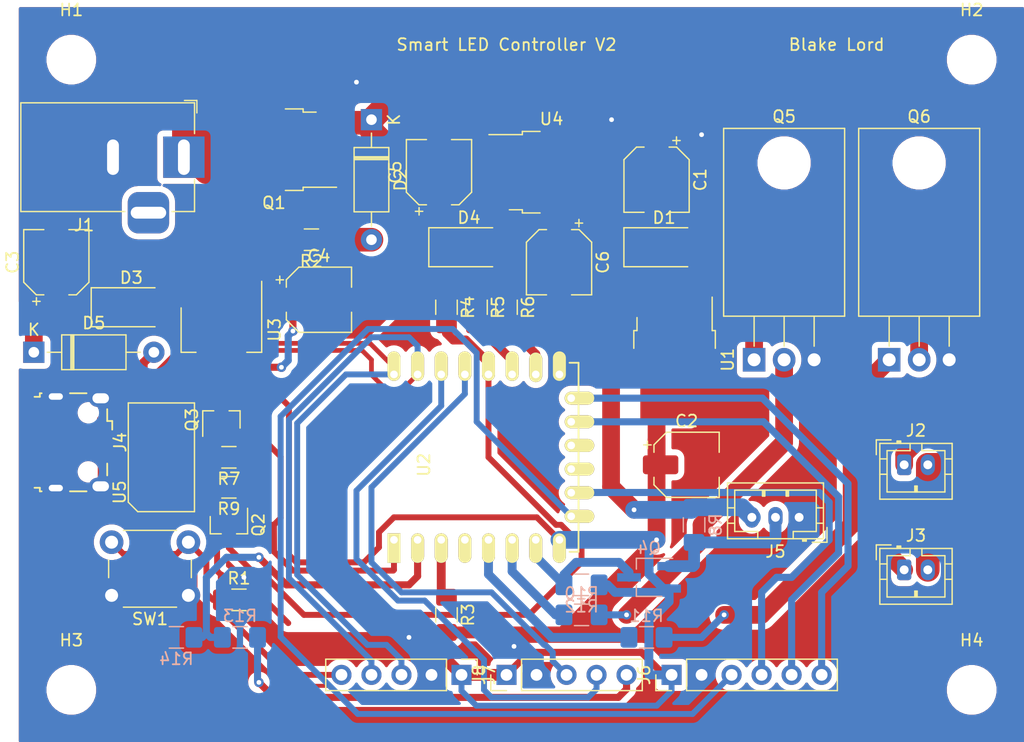
<source format=kicad_pcb>
(kicad_pcb (version 20171130) (host pcbnew "(5.1.5)-3")
  (layers (0 F.Cu signal) (31 B.Cu signal) (34 B.Paste user) (35 F.Paste user) (36 B.SilkS user) (37 F.SilkS user) (38 B.Mask user) (39 F.Mask user) (44 Edge.Cuts user))
  (net 0 "")
  (net 1 GND)
  (net 2 +3V3)
  (net 3 +24V)
  (net 4 +5V)
  (net 5 "Net-(J1-Pad1)")
  (net 6 "Net-(J3-Pad1)")
  (net 7 "Net-(J5-Pad2)")
  (net 8 /RGB)
  (net 9 "Net-(R3-Pad1)")
  (net 10 "Net-(R5-Pad2)")
  (net 11 "Net-(R6-Pad2)")
  (net 12 /Fan)
  (net 13 /White)
  (net 14 /TX)
  (net 15 /RX)
  (net 16 +5VD)
  (net 17 "Net-(D2-Pad2)")
  (net 18 "Net-(D5-Pad2)")
  (net 19 "Net-(J2-Pad1)")
  (net 20 "Net-(J4-Pad2)")
  (net 21 "Net-(J4-Pad3)")
  (net 22 /CS)
  (net 23 /MISO)
  (net 24 /MOSI)
  (net 25 /SCLK)
  (net 26 /RST)
  (net 27 "Net-(J8-Pad5)")
  (net 28 /IO5)
  (net 29 /IO4)
  (net 30 /IO0)
  (net 31 /DTR)
  (net 32 "Net-(Q2-Pad1)")
  (net 33 "Net-(Q3-Pad1)")
  (net 34 /RTS)
  (net 35 "Net-(Q5-Pad2)")
  (net 36 "Net-(Q6-Pad2)")
  (net 37 /ADC)
  (module Connector_USB:USB_Micro-B_Wuerth_629105150521 (layer F.Cu) (at 116.205 114.3 270)
    (fp_text reference J4 (at 0 -3.5 90) (layer F.SilkS))
    (fp_text value USB_B_Micro)
    (pad 1 smd rect (at -1.3 -1.9 270) (size 0.45 1.3) (layers F.Cu F.Paste F.Mask) (net 18 "Net-(D5-Pad2)"))
    (pad 2 smd rect (at -0.65 -1.9 270) (size 0.45 1.3) (layers F.Cu F.Paste F.Mask) (net 20 "Net-(J4-Pad2)"))
    (pad 3 smd rect (at 0 -1.9 270) (size 0.45 1.3) (layers F.Cu F.Paste F.Mask) (net 21 "Net-(J4-Pad3)"))
    (pad 4 smd rect (at 0.65 -1.9 270) (size 0.45 1.3) (layers F.Cu F.Paste F.Mask))
    (pad 5 smd rect (at 1.3 -1.9 270) (size 0.45 1.3) (layers F.Cu F.Paste F.Mask) (net 1 GND))
    (pad 6 thru_hole oval (at -3.725 -1.85 270) (size 1.45 2) (drill oval 0.85 1.4) (layers *.Cu *.Mask) (net 1 GND))
    (pad 6 thru_hole oval (at 3.725 -1.85 270) (size 1.45 2) (drill oval 0.85 1.4) (layers *.Cu *.Mask) (net 1 GND))
    (pad 6 thru_hole oval (at -3.875 1.95 270) (size 1.15 1.8) (drill oval 0.55 1.2) (layers *.Cu *.Mask) (net 1 GND))
    (pad 6 thru_hole oval (at 3.875 1.95 270) (size 1.15 1.8) (drill oval 0.55 1.2) (layers *.Cu *.Mask) (net 1 GND))
    (pad "" np_thru_hole oval (at -2.5 -0.8 270) (size 0.8 0.8) (drill 0.8) (layers *.Cu *.Mask))
    (pad "" np_thru_hole oval (at 2.5 -0.8 270) (size 0.8 0.8) (drill 0.8) (layers *.Cu *.Mask))
  )
  (module My:ESSOP-10 (layer F.Cu) (at 123.19 115.57)
    (fp_text reference U5 (at -3.5306 2.9591 270) (layer F.SilkS))
    (fp_text value ch340k)
    (pad 0 smd rect (at 0 0) (size 3 2) (layers F.Cu F.Paste F.Mask) (net 1 GND))
    (pad 5 smd rect (at 2 3) (size 0.6 2.2) (layers F.Cu F.Paste F.Mask))
    (pad 6 smd rect (at 2 -3) (size 0.6 2.2) (layers F.Cu F.Paste F.Mask) (net 34 /RTS))
    (pad 4 smd rect (at 1 3) (size 0.6 2.2) (layers F.Cu F.Paste F.Mask) (net 31 /DTR))
    (pad 7 smd rect (at 1 -3) (size 0.6 2.2) (layers F.Cu F.Paste F.Mask) (net 2 +3V3))
    (pad 3 smd rect (at 0 3) (size 0.6 2.2) (layers F.Cu F.Paste F.Mask) (net 1 GND))
    (pad 8 smd rect (at 0 -3) (size 0.6 2.2) (layers F.Cu F.Paste F.Mask) (net 14 /TX))
    (pad 2 smd rect (at -1 3) (size 0.6 2.2) (layers F.Cu F.Paste F.Mask) (net 20 "Net-(J4-Pad2)"))
    (pad 9 smd rect (at -1 -3) (size 0.6 2.2) (layers F.Cu F.Paste F.Mask) (net 15 /RX))
    (pad 1 smd rect (at -2 3) (size 0.6 2.2) (layers F.Cu F.Paste F.Mask) (net 21 "Net-(J4-Pad3)"))
    (pad 10 smd rect (at -2 -3) (size 0.6 2.2) (layers F.Cu F.Paste F.Mask) (net 2 +3V3))
  )
  (module Capacitor_SMD:CP_Elec_5x5.4 (layer F.Cu) (at 165.1 92.075 270)
    (fp_text reference C1 (at 0 -3.7 90) (layer F.SilkS))
    (fp_text value "C 10uF")
    (pad 2 smd roundrect (at 2.2 0 270) (size 3 1.6) (layers F.Cu F.Paste F.Mask) (roundrect_rratio 0.15625) (net 1 GND))
    (pad 1 smd roundrect (at -2.2 0 270) (size 3 1.6) (layers F.Cu F.Paste F.Mask) (roundrect_rratio 0.15625) (net 3 +24V))
  )
  (module Capacitor_SMD:CP_Elec_5x5.4 (layer F.Cu) (at 167.64 116.205)
    (fp_text reference C2 (at 0 -3.7) (layer F.SilkS))
    (fp_text value "C 10uF")
    (pad 2 smd roundrect (at 2.2 0) (size 3 1.6) (layers F.Cu F.Paste F.Mask) (roundrect_rratio 0.15625) (net 1 GND))
    (pad 1 smd roundrect (at -2.2 0) (size 3 1.6) (layers F.Cu F.Paste F.Mask) (roundrect_rratio 0.15625) (net 2 +3V3))
  )
  (module Capacitor_SMD:CP_Elec_5x5.4 (layer F.Cu) (at 114.3 99.06 90)
    (fp_text reference C3 (at 0 -3.7 90) (layer F.SilkS))
    (fp_text value "C 10uF")
    (pad 1 smd roundrect (at -2.2 0 90) (size 3 1.6) (layers F.Cu F.Paste F.Mask) (roundrect_rratio 0.15625) (net 16 +5VD))
    (pad 2 smd roundrect (at 2.2 0 90) (size 3 1.6) (layers F.Cu F.Paste F.Mask) (roundrect_rratio 0.15625) (net 1 GND))
  )
  (module Capacitor_SMD:CP_Elec_5x5.4 (layer F.Cu) (at 136.525 102.235)
    (fp_text reference C4 (at 0 -3.7) (layer F.SilkS))
    (fp_text value "C 10uF")
    (pad 2 smd roundrect (at 2.2 0) (size 3 1.6) (layers F.Cu F.Paste F.Mask) (roundrect_rratio 0.15625) (net 1 GND))
    (pad 1 smd roundrect (at -2.2 0) (size 3 1.6) (layers F.Cu F.Paste F.Mask) (roundrect_rratio 0.15625) (net 2 +3V3))
  )
  (module Capacitor_SMD:CP_Elec_5x5.4 (layer F.Cu) (at 146.685 91.44 90)
    (fp_text reference C5 (at 0 -3.7 90) (layer F.SilkS))
    (fp_text value "C 10uF")
    (pad 2 smd roundrect (at 2.2 0 90) (size 3 1.6) (layers F.Cu F.Paste F.Mask) (roundrect_rratio 0.15625) (net 1 GND))
    (pad 1 smd roundrect (at -2.2 0 90) (size 3 1.6) (layers F.Cu F.Paste F.Mask) (roundrect_rratio 0.15625) (net 3 +24V))
  )
  (module Capacitor_SMD:CP_Elec_5x5.4 (layer F.Cu) (at 156.845 99.06 270)
    (fp_text reference C6 (at 0 -3.7 90) (layer F.SilkS))
    (fp_text value "C 10uF")
    (pad 1 smd roundrect (at -2.2 0 270) (size 3 1.6) (layers F.Cu F.Paste F.Mask) (roundrect_rratio 0.15625) (net 4 +5V))
    (pad 2 smd roundrect (at 2.2 0 270) (size 3 1.6) (layers F.Cu F.Paste F.Mask) (roundrect_rratio 0.15625) (net 1 GND))
  )
  (module Diode_SMD:D_SMA (layer F.Cu) (at 165.735 97.79)
    (fp_text reference D1 (at 0 -2.5) (layer F.SilkS))
    (fp_text value 1N4002)
    (pad 1 smd rect (at -2 0) (size 2.5 1.8) (layers F.Cu F.Paste F.Mask) (net 3 +24V))
    (pad 2 smd rect (at 2 0) (size 2.5 1.8) (layers F.Cu F.Paste F.Mask) (net 2 +3V3))
  )
  (module Diode_SMD:D_SMA (layer F.Cu) (at 120.65 102.87)
    (fp_text reference D3 (at 0 -2.5) (layer F.SilkS))
    (fp_text value 1N4002)
    (pad 1 smd rect (at -2 0) (size 2.5 1.8) (layers F.Cu F.Paste F.Mask) (net 16 +5VD))
    (pad 2 smd rect (at 2 0) (size 2.5 1.8) (layers F.Cu F.Paste F.Mask) (net 2 +3V3))
  )
  (module Diode_SMD:D_SMA (layer F.Cu) (at 149.225 97.79)
    (fp_text reference D4 (at 0 -2.5) (layer F.SilkS))
    (fp_text value 1N4002)
    (pad 2 smd rect (at 2 0) (size 2.5 1.8) (layers F.Cu F.Paste F.Mask) (net 4 +5V))
    (pad 1 smd rect (at -2 0) (size 2.5 1.8) (layers F.Cu F.Paste F.Mask) (net 3 +24V))
  )
  (module MountingHole:MountingHole_3.2mm_M3 (layer F.Cu) (at 115.57 81.915)
    (fp_text reference H1 (at 0 -4.2) (layer F.SilkS))
    (fp_text value MountingHole)
    (pad 1 np_thru_hole circle (at 0 0) (size 3.2 3.2) (drill 3.2) (layers *.Cu *.Mask))
  )
  (module MountingHole:MountingHole_3.2mm_M3 (layer F.Cu) (at 191.77 81.915)
    (fp_text reference H2 (at 0 -4.2) (layer F.SilkS))
    (fp_text value MountingHole)
    (pad 1 np_thru_hole circle (at 0 0) (size 3.2 3.2) (drill 3.2) (layers *.Cu *.Mask))
  )
  (module MountingHole:MountingHole_3.2mm_M3 (layer F.Cu) (at 115.57 135.255)
    (fp_text reference H3 (at 0 -4.2) (layer F.SilkS))
    (fp_text value MountingHole)
    (pad 1 np_thru_hole circle (at 0 0) (size 3.2 3.2) (drill 3.2) (layers *.Cu *.Mask))
  )
  (module MountingHole:MountingHole_3.2mm_M3 (layer F.Cu) (at 191.77 135.255)
    (fp_text reference H4 (at 0 -4.2) (layer F.SilkS))
    (fp_text value MountingHole)
    (pad 1 np_thru_hole circle (at 0 0) (size 3.2 3.2) (drill 3.2) (layers *.Cu *.Mask))
  )
  (module Connector_BarrelJack:BarrelJack_Horizontal (layer F.Cu) (at 125.095 90.17)
    (fp_text reference J1 (at -8.45 5.75) (layer F.SilkS))
    (fp_text value Barrel_Jack_MountingPin)
    (pad 3 thru_hole roundrect (at -3 4.7) (size 3.5 3.5) (drill oval 3 1) (layers *.Cu *.Mask))
    (pad 2 thru_hole roundrect (at -6 0) (size 3 3.5) (drill oval 1 3) (layers *.Cu *.Mask) (net 1 GND))
    (pad 1 thru_hole rect (at 0 0) (size 3.5 3.5) (drill oval 1 3) (layers *.Cu *.Mask) (net 5 "Net-(J1-Pad1)"))
  )
  (module Connector_JST:JST_PH_B2B-PH-K_1x02_P2.00mm_Vertical (layer F.Cu) (at 186.055 116.205)
    (fp_text reference J2 (at 1 -2.9) (layer F.SilkS))
    (fp_text value "24V LED Out")
    (pad 2 thru_hole oval (at 2 0) (size 1.2 1.75) (drill 0.75) (layers *.Cu *.Mask) (net 3 +24V))
    (pad 1 thru_hole roundrect (at 0 0) (size 1.2 1.75) (drill 0.75) (layers *.Cu *.Mask) (roundrect_rratio 0.208333) (net 19 "Net-(J2-Pad1)"))
  )
  (module Connector_JST:JST_PH_B2B-PH-K_1x02_P2.00mm_Vertical (layer F.Cu) (at 186.055 125.095)
    (fp_text reference J3 (at 1 -2.9) (layer F.SilkS))
    (fp_text value "24V Fan Out")
    (pad 2 thru_hole oval (at 2 0) (size 1.2 1.75) (drill 0.75) (layers *.Cu *.Mask) (net 3 +24V))
    (pad 1 thru_hole roundrect (at 0 0) (size 1.2 1.75) (drill 0.75) (layers *.Cu *.Mask) (roundrect_rratio 0.208333) (net 6 "Net-(J3-Pad1)"))
  )
  (module Connector_JST:JST_PH_B3B-PH-K_1x03_P2.00mm_Vertical (layer F.Cu) (at 177.165 120.65 180)
    (fp_text reference J5 (at 2 -2.9) (layer F.SilkS))
    (fp_text value "5V RGB Out")
    (pad 1 thru_hole roundrect (at 0 0 180) (size 1.2 1.75) (drill 0.75) (layers *.Cu *.Mask) (roundrect_rratio 0.208333) (net 1 GND))
    (pad 2 thru_hole oval (at 2 0 180) (size 1.2 1.75) (drill 0.75) (layers *.Cu *.Mask) (net 7 "Net-(J5-Pad2)"))
    (pad 3 thru_hole oval (at 4 0 180) (size 1.2 1.75) (drill 0.75) (layers *.Cu *.Mask) (net 4 +5V))
  )
  (module Connector_PinHeader_2.54mm:PinHeader_1x06_P2.54mm_Vertical (layer F.Cu) (at 166.37 133.985 90)
    (fp_text reference J6 (at 0 -2.33 90) (layer F.SilkS))
    (fp_text value SPI)
    (pad 1 thru_hole rect (at 0 0 90) (size 1.7 1.7) (drill 1) (layers *.Cu *.Mask) (net 2 +3V3))
    (pad 2 thru_hole oval (at 0 2.54 90) (size 1.7 1.7) (drill 1) (layers *.Cu *.Mask) (net 1 GND))
    (pad 3 thru_hole oval (at 0 5.08 90) (size 1.7 1.7) (drill 1) (layers *.Cu *.Mask) (net 22 /CS))
    (pad 4 thru_hole oval (at 0 7.62 90) (size 1.7 1.7) (drill 1) (layers *.Cu *.Mask) (net 23 /MISO))
    (pad 5 thru_hole oval (at 0 10.16 90) (size 1.7 1.7) (drill 1) (layers *.Cu *.Mask) (net 24 /MOSI))
    (pad 6 thru_hole oval (at 0 12.7 90) (size 1.7 1.7) (drill 1) (layers *.Cu *.Mask) (net 25 /SCLK))
  )
  (module Connector_PinHeader_2.54mm:PinHeader_1x05_P2.54mm_Vertical (layer F.Cu) (at 148.59 133.985 270)
    (fp_text reference J7 (at 0 -2.33 90) (layer F.SilkS))
    (fp_text value "Alt Program")
    (pad 1 thru_hole rect (at 0 0 270) (size 1.7 1.7) (drill 1) (layers *.Cu *.Mask) (net 2 +3V3))
    (pad 2 thru_hole oval (at 0 2.54 270) (size 1.7 1.7) (drill 1) (layers *.Cu *.Mask) (net 1 GND))
    (pad 3 thru_hole oval (at 0 5.08 270) (size 1.7 1.7) (drill 1) (layers *.Cu *.Mask) (net 15 /RX))
    (pad 4 thru_hole oval (at 0 7.62 270) (size 1.7 1.7) (drill 1) (layers *.Cu *.Mask) (net 14 /TX))
    (pad 5 thru_hole oval (at 0 10.16 270) (size 1.7 1.7) (drill 1) (layers *.Cu *.Mask) (net 26 /RST))
  )
  (module Connector_PinHeader_2.54mm:PinHeader_1x05_P2.54mm_Vertical (layer F.Cu) (at 152.4 133.985 90)
    (fp_text reference J8 (at 0 -2.33 90) (layer F.SilkS))
    (fp_text value "Out IO")
    (pad 5 thru_hole oval (at 0 10.16 90) (size 1.7 1.7) (drill 1) (layers *.Cu *.Mask) (net 27 "Net-(J8-Pad5)"))
    (pad 4 thru_hole oval (at 0 7.62 90) (size 1.7 1.7) (drill 1) (layers *.Cu *.Mask) (net 28 /IO5))
    (pad 3 thru_hole oval (at 0 5.08 90) (size 1.7 1.7) (drill 1) (layers *.Cu *.Mask) (net 29 /IO4))
    (pad 2 thru_hole oval (at 0 2.54 90) (size 1.7 1.7) (drill 1) (layers *.Cu *.Mask) (net 1 GND))
    (pad 1 thru_hole rect (at 0 0 90) (size 1.7 1.7) (drill 1) (layers *.Cu *.Mask) (net 2 +3V3))
  )
  (module Package_TO_SOT_SMD:TO-252-2 (layer F.Cu) (at 132.715 89.535 180)
    (fp_text reference Q1 (at 0 -4.5) (layer F.SilkS))
    (fp_text value FQP47P06)
    (pad 2 smd rect (at 2.1 0 180) (size 6.4 5.8) (layers F.Cu F.Mask) (net 5 "Net-(J1-Pad1)"))
    (pad 3 smd rect (at -4.2 2.28 180) (size 2.2 1.2) (layers F.Cu F.Paste F.Mask) (net 3 +24V))
    (pad 1 smd rect (at -4.2 -2.28 180) (size 2.2 1.2) (layers F.Cu F.Paste F.Mask) (net 17 "Net-(D2-Pad2)"))
  )
  (module Package_TO_SOT_SMD:SOT-23 (layer F.Cu) (at 128.905 121.285 270)
    (fp_text reference Q2 (at 0 -2.5 90) (layer F.SilkS))
    (fp_text value S8050)
    (pad 3 smd rect (at 1 0 270) (size 0.9 0.8) (layers F.Cu F.Paste F.Mask) (net 30 /IO0))
    (pad 2 smd rect (at -1 0.95 270) (size 0.9 0.8) (layers F.Cu F.Paste F.Mask) (net 31 /DTR))
    (pad 1 smd rect (at -1 -0.95 270) (size 0.9 0.8) (layers F.Cu F.Paste F.Mask) (net 32 "Net-(Q2-Pad1)"))
  )
  (module Package_TO_SOT_SMD:SOT-23 (layer F.Cu) (at 128.27 112.395 90)
    (fp_text reference Q3 (at 0 -2.5 90) (layer F.SilkS))
    (fp_text value S8050)
    (pad 1 smd rect (at -1 -0.95 90) (size 0.9 0.8) (layers F.Cu F.Paste F.Mask) (net 33 "Net-(Q3-Pad1)"))
    (pad 2 smd rect (at -1 0.95 90) (size 0.9 0.8) (layers F.Cu F.Paste F.Mask) (net 34 /RTS))
    (pad 3 smd rect (at 1 0 90) (size 0.9 0.8) (layers F.Cu F.Paste F.Mask) (net 26 /RST))
  )
  (module Package_TO_SOT_SMD:SOT-23W_Handsoldering (layer B.Cu) (at 164.465 125.73 180)
    (fp_text reference Q4 (at 0 2.5) (layer B.SilkS) (effects (justify mirror)))
    (fp_text value BS170)
    (pad 1 smd rect (at -1.7 0.95 180) (size 2 0.7) (layers B.Cu B.Paste B.Mask) (net 7 "Net-(J5-Pad2)"))
    (pad 2 smd rect (at -1.7 -0.95 180) (size 2 0.7) (layers B.Cu B.Paste B.Mask) (net 2 +3V3))
    (pad 3 smd rect (at 1.7 0 180) (size 2 0.7) (layers B.Cu B.Paste B.Mask) (net 8 /RGB))
  )
  (module Package_TO_SOT_THT:TO-220-3_Horizontal_TabDown (layer F.Cu) (at 173.355 107.315)
    (fp_text reference Q5 (at 2.54 -20.58) (layer F.SilkS))
    (fp_text value FQP30N06L)
    (pad 3 thru_hole oval (at 5.08 0) (size 1.905 2) (drill 1.1) (layers *.Cu *.Mask) (net 1 GND))
    (pad 2 thru_hole oval (at 2.54 0) (size 1.905 2) (drill 1.1) (layers *.Cu *.Mask) (net 35 "Net-(Q5-Pad2)"))
    (pad 1 thru_hole rect (at 0 0) (size 1.905 2) (drill 1.1) (layers *.Cu *.Mask) (net 19 "Net-(J2-Pad1)"))
    (pad "" np_thru_hole oval (at 2.54 -16.66) (size 3.5 3.5) (drill 3.5) (layers *.Cu *.Mask))
  )
  (module Package_TO_SOT_THT:TO-220-3_Horizontal_TabDown (layer F.Cu) (at 184.785 107.315)
    (fp_text reference Q6 (at 2.54 -20.58) (layer F.SilkS))
    (fp_text value FQP30N06L)
    (pad "" np_thru_hole oval (at 2.54 -16.66) (size 3.5 3.5) (drill 3.5) (layers *.Cu *.Mask))
    (pad 1 thru_hole rect (at 0 0) (size 1.905 2) (drill 1.1) (layers *.Cu *.Mask) (net 6 "Net-(J3-Pad1)"))
    (pad 2 thru_hole oval (at 2.54 0) (size 1.905 2) (drill 1.1) (layers *.Cu *.Mask) (net 36 "Net-(Q6-Pad2)"))
    (pad 3 thru_hole oval (at 5.08 0) (size 1.905 2) (drill 1.1) (layers *.Cu *.Mask) (net 1 GND))
  )
  (module Resistor_SMD:R_1206_3216Metric_Pad1.42x1.75mm_HandSolder (layer F.Cu) (at 129.7575 127.635)
    (fp_text reference R1 (at 0 -1.82) (layer F.SilkS))
    (fp_text value "R 10K")
    (pad 1 smd roundrect (at -1.4875 0) (size 1.425 1.75) (layers F.Cu F.Paste F.Mask) (roundrect_rratio 0.175439) (net 26 /RST))
    (pad 2 smd roundrect (at 1.4875 0) (size 1.425 1.75) (layers F.Cu F.Paste F.Mask) (roundrect_rratio 0.175439) (net 2 +3V3))
  )
  (module Resistor_SMD:R_1206_3216Metric_Pad1.42x1.75mm_HandSolder (layer F.Cu) (at 135.89 97.155 180)
    (fp_text reference R2 (at 0 -1.82) (layer F.SilkS))
    (fp_text value R)
    (pad 1 smd roundrect (at -1.4875 0 180) (size 1.425 1.75) (layers F.Cu F.Paste F.Mask) (roundrect_rratio 0.175439) (net 17 "Net-(D2-Pad2)"))
    (pad 2 smd roundrect (at 1.4875 0 180) (size 1.425 1.75) (layers F.Cu F.Paste F.Mask) (roundrect_rratio 0.175439) (net 1 GND))
  )
  (module Resistor_SMD:R_1206_3216Metric_Pad1.42x1.75mm_HandSolder (layer F.Cu) (at 147.32 128.905 270)
    (fp_text reference R3 (at 0 -1.82 90) (layer F.SilkS))
    (fp_text value "R 10K")
    (pad 2 smd roundrect (at 1.4875 0 270) (size 1.425 1.75) (layers F.Cu F.Paste F.Mask) (roundrect_rratio 0.175439) (net 2 +3V3))
    (pad 1 smd roundrect (at -1.4875 0 270) (size 1.425 1.75) (layers F.Cu F.Paste F.Mask) (roundrect_rratio 0.175439) (net 9 "Net-(R3-Pad1)"))
  )
  (module Resistor_SMD:R_1206_3216Metric_Pad1.42x1.75mm_HandSolder (layer F.Cu) (at 147.32 102.87 270)
    (fp_text reference R4 (at 0 -1.82 90) (layer F.SilkS))
    (fp_text value "R 10K")
    (pad 1 smd roundrect (at -1.4875 0 270) (size 1.425 1.75) (layers F.Cu F.Paste F.Mask) (roundrect_rratio 0.175439) (net 2 +3V3))
    (pad 2 smd roundrect (at 1.4875 0 270) (size 1.425 1.75) (layers F.Cu F.Paste F.Mask) (roundrect_rratio 0.175439) (net 30 /IO0))
  )
  (module Resistor_SMD:R_1206_3216Metric_Pad1.42x1.75mm_HandSolder (layer F.Cu) (at 149.86 102.87 270)
    (fp_text reference R5 (at 0 -1.82 90) (layer F.SilkS))
    (fp_text value "R 10K")
    (pad 2 smd roundrect (at 1.4875 0 270) (size 1.425 1.75) (layers F.Cu F.Paste F.Mask) (roundrect_rratio 0.175439) (net 10 "Net-(R5-Pad2)"))
    (pad 1 smd roundrect (at -1.4875 0 270) (size 1.425 1.75) (layers F.Cu F.Paste F.Mask) (roundrect_rratio 0.175439) (net 2 +3V3))
  )
  (module Resistor_SMD:R_1206_3216Metric_Pad1.42x1.75mm_HandSolder (layer F.Cu) (at 152.4 102.87 270)
    (fp_text reference R6 (at 0 -1.82 90) (layer F.SilkS))
    (fp_text value "R 10K")
    (pad 2 smd roundrect (at 1.4875 0 270) (size 1.425 1.75) (layers F.Cu F.Paste F.Mask) (roundrect_rratio 0.175439) (net 11 "Net-(R6-Pad2)"))
    (pad 1 smd roundrect (at -1.4875 0 270) (size 1.425 1.75) (layers F.Cu F.Paste F.Mask) (roundrect_rratio 0.175439) (net 1 GND))
  )
  (module Resistor_SMD:R_1206_3216Metric_Pad1.42x1.75mm_HandSolder (layer F.Cu) (at 128.905 115.57 180)
    (fp_text reference R7 (at 0 -1.82) (layer F.SilkS))
    (fp_text value "R 10K")
    (pad 1 smd roundrect (at -1.4875 0 180) (size 1.425 1.75) (layers F.Cu F.Paste F.Mask) (roundrect_rratio 0.175439) (net 32 "Net-(Q2-Pad1)"))
    (pad 2 smd roundrect (at 1.4875 0 180) (size 1.425 1.75) (layers F.Cu F.Paste F.Mask) (roundrect_rratio 0.175439) (net 34 /RTS))
  )
  (module Resistor_SMD:R_1206_3216Metric_Pad1.42x1.75mm_HandSolder (layer B.Cu) (at 168.275 121.285 90)
    (fp_text reference R8 (at 0 1.82 270) (layer B.SilkS) (effects (justify mirror)))
    (fp_text value "R 4.7K")
    (pad 1 smd roundrect (at -1.4875 0 90) (size 1.425 1.75) (layers B.Cu B.Paste B.Mask) (roundrect_rratio 0.175439) (net 7 "Net-(J5-Pad2)"))
    (pad 2 smd roundrect (at 1.4875 0 90) (size 1.425 1.75) (layers B.Cu B.Paste B.Mask) (roundrect_rratio 0.175439) (net 4 +5V))
  )
  (module Resistor_SMD:R_1206_3216Metric_Pad1.42x1.75mm_HandSolder (layer F.Cu) (at 128.905 118.11 180)
    (fp_text reference R9 (at 0 -1.82) (layer F.SilkS))
    (fp_text value "R 10K")
    (pad 2 smd roundrect (at 1.4875 0 180) (size 1.425 1.75) (layers F.Cu F.Paste F.Mask) (roundrect_rratio 0.175439) (net 33 "Net-(Q3-Pad1)"))
    (pad 1 smd roundrect (at -1.4875 0 180) (size 1.425 1.75) (layers F.Cu F.Paste F.Mask) (roundrect_rratio 0.175439) (net 31 /DTR))
  )
  (module Resistor_SMD:R_1206_3216Metric_Pad1.42x1.75mm_HandSolder (layer B.Cu) (at 158.75 128.905 180)
    (fp_text reference R10 (at 0 1.82) (layer B.SilkS) (effects (justify mirror)))
    (fp_text value R)
    (pad 1 smd roundrect (at -1.4875 0 180) (size 1.425 1.75) (layers B.Cu B.Paste B.Mask) (roundrect_rratio 0.175439) (net 35 "Net-(Q5-Pad2)"))
    (pad 2 smd roundrect (at 1.4875 0 180) (size 1.425 1.75) (layers B.Cu B.Paste B.Mask) (roundrect_rratio 0.175439) (net 13 /White))
  )
  (module Resistor_SMD:R_1206_3216Metric_Pad1.42x1.75mm_HandSolder (layer B.Cu) (at 164.2475 130.81 180)
    (fp_text reference R11 (at 0 1.82) (layer B.SilkS) (effects (justify mirror)))
    (fp_text value R)
    (pad 1 smd roundrect (at -1.4875 0 180) (size 1.425 1.75) (layers B.Cu B.Paste B.Mask) (roundrect_rratio 0.175439) (net 36 "Net-(Q6-Pad2)"))
    (pad 2 smd roundrect (at 1.4875 0 180) (size 1.425 1.75) (layers B.Cu B.Paste B.Mask) (roundrect_rratio 0.175439) (net 12 /Fan))
  )
  (module Resistor_SMD:R_1206_3216Metric_Pad1.42x1.75mm_HandSolder (layer B.Cu) (at 158.75 126.365)
    (fp_text reference R12 (at 0 1.82) (layer B.SilkS) (effects (justify mirror)))
    (fp_text value "R 4.7K")
    (pad 2 smd roundrect (at 1.4875 0) (size 1.425 1.75) (layers B.Cu B.Paste B.Mask) (roundrect_rratio 0.175439) (net 2 +3V3))
    (pad 1 smd roundrect (at -1.4875 0) (size 1.425 1.75) (layers B.Cu B.Paste B.Mask) (roundrect_rratio 0.175439) (net 8 /RGB))
  )
  (module Resistor_SMD:R_1206_3216Metric_Pad1.42x1.75mm_HandSolder (layer B.Cu) (at 129.840001 130.81 180)
    (fp_text reference R13 (at 0 1.82) (layer B.SilkS) (effects (justify mirror)))
    (fp_text value "R 220K")
    (pad 2 smd roundrect (at 1.4875 0 180) (size 1.425 1.75) (layers B.Cu B.Paste B.Mask) (roundrect_rratio 0.175439) (net 37 /ADC))
    (pad 1 smd roundrect (at -1.4875 0 180) (size 1.425 1.75) (layers B.Cu B.Paste B.Mask) (roundrect_rratio 0.175439) (net 27 "Net-(J8-Pad5)"))
  )
  (module Resistor_SMD:R_1206_3216Metric_Pad1.42x1.75mm_HandSolder (layer B.Cu) (at 124.46 130.81)
    (fp_text reference R14 (at 0 1.82) (layer B.SilkS) (effects (justify mirror)))
    (fp_text value "R 100K")
    (pad 1 smd roundrect (at -1.4875 0) (size 1.425 1.75) (layers B.Cu B.Paste B.Mask) (roundrect_rratio 0.175439) (net 1 GND))
    (pad 2 smd roundrect (at 1.4875 0) (size 1.425 1.75) (layers B.Cu B.Paste B.Mask) (roundrect_rratio 0.175439) (net 37 /ADC))
  )
  (module Button_Switch_THT:SW_PUSH_6mm (layer F.Cu) (at 125.476 127.254 180)
    (fp_text reference SW1 (at 3.25 -2) (layer F.SilkS))
    (fp_text value SW_Push)
    (pad 2 thru_hole circle (at 0 4.5 270) (size 2 2) (drill 1.1) (layers *.Cu *.Mask) (net 26 /RST))
    (pad 1 thru_hole circle (at 0 0 270) (size 2 2) (drill 1.1) (layers *.Cu *.Mask) (net 1 GND))
    (pad 2 thru_hole circle (at 6.5 4.5 270) (size 2 2) (drill 1.1) (layers *.Cu *.Mask) (net 26 /RST))
    (pad 1 thru_hole circle (at 6.5 0 270) (size 2 2) (drill 1.1) (layers *.Cu *.Mask) (net 1 GND))
  )
  (module Package_TO_SOT_SMD:TO-252-3_TabPin2 (layer F.Cu) (at 166.624 107.315 270)
    (fp_text reference U1 (at 0 -4.5 90) (layer F.SilkS))
    (fp_text value IFX27001TFV33ATMA1)
    (pad 1 smd rect (at -4.2 -2.28 270) (size 2.2 1.2) (layers F.Cu F.Paste F.Mask) (net 1 GND))
    (pad 2 smd rect (at -4.2 0 270) (size 2.2 1.2) (layers F.Cu F.Paste F.Mask) (net 2 +3V3))
    (pad 3 smd rect (at -4.2 2.28 270) (size 2.2 1.2) (layers F.Cu F.Paste F.Mask) (net 3 +24V))
    (pad 2 smd rect (at 2.1 0 270) (size 6.4 5.8) (layers F.Cu F.Mask) (net 2 +3V3))
  )
  (module ESP:ESP-12E (layer F.Cu) (at 142.875 122.555 90)
    (fp_text reference U2 (at 6.35 2.54 90) (layer F.SilkS))
    (fp_text value ESP-12E hide)
    (pad 1 thru_hole rect (at 0 0 90) (size 2.5 1.1) (drill 0.65 (offset -0.7 0)) (layers *.Cu *.Mask F.SilkS) (net 26 /RST))
    (pad 2 thru_hole oval (at 0 2 90) (size 2.5 1.1) (drill 0.65 (offset -0.7 0)) (layers *.Cu *.Mask F.SilkS) (net 37 /ADC))
    (pad 3 thru_hole oval (at 0 4 90) (size 2.5 1.1) (drill 0.65 (offset -0.7 0)) (layers *.Cu *.Mask F.SilkS) (net 9 "Net-(R3-Pad1)"))
    (pad 4 thru_hole oval (at 0 6 90) (size 2.5 1.1) (drill 0.65 (offset -0.7 0)) (layers *.Cu *.Mask F.SilkS))
    (pad 5 thru_hole oval (at 0 8 90) (size 2.5 1.1) (drill 0.65 (offset -0.7 0)) (layers *.Cu *.Mask F.SilkS) (net 12 /Fan))
    (pad 6 thru_hole oval (at 0 10 90) (size 2.5 1.1) (drill 0.65 (offset -0.7 0)) (layers *.Cu *.Mask F.SilkS) (net 13 /White))
    (pad 7 thru_hole oval (at 0 12 90) (size 2.5 1.1) (drill 0.65 (offset -0.7 0)) (layers *.Cu *.Mask F.SilkS) (net 8 /RGB))
    (pad 8 thru_hole oval (at 0 14 90) (size 2.5 1.1) (drill 0.65 (offset -0.7 0)) (layers *.Cu *.Mask F.SilkS) (net 2 +3V3))
    (pad 9 thru_hole oval (at 14 14 90) (size 2.5 1.1) (drill 0.65 (offset 0.7 0)) (layers *.Cu *.Mask F.SilkS) (net 1 GND))
    (pad 10 thru_hole oval (at 14 12 90) (size 2.5 1.1) (drill 0.65 (offset 0.6 0)) (layers *.Cu *.Mask F.SilkS) (net 11 "Net-(R6-Pad2)"))
    (pad 11 thru_hole oval (at 14 10 90) (size 2.5 1.1) (drill 0.65 (offset 0.7 0)) (layers *.Cu *.Mask F.SilkS) (net 10 "Net-(R5-Pad2)"))
    (pad 12 thru_hole oval (at 14 8 90) (size 2.5 1.1) (drill 0.65 (offset 0.7 0)) (layers *.Cu *.Mask F.SilkS) (net 30 /IO0))
    (pad 13 thru_hole oval (at 14 6 90) (size 2.5 1.1) (drill 0.65 (offset 0.7 0)) (layers *.Cu *.Mask F.SilkS) (net 29 /IO4))
    (pad 14 thru_hole oval (at 14 4 90) (size 2.5 1.1) (drill 0.65 (offset 0.7 0)) (layers *.Cu *.Mask F.SilkS) (net 28 /IO5))
    (pad 15 thru_hole oval (at 14 2 90) (size 2.5 1.1) (drill 0.65 (offset 0.7 0)) (layers *.Cu *.Mask F.SilkS) (net 14 /TX))
    (pad 16 thru_hole oval (at 14 0 90) (size 2.5 1.1) (drill 0.65 (offset 0.7 0)) (layers *.Cu *.Mask F.SilkS) (net 15 /RX))
    (pad 17 thru_hole oval (at 1.99 15 180) (size 2.5 1.1) (drill 0.65 (offset -0.7 0)) (layers *.Cu *.Mask F.SilkS) (net 22 /CS))
    (pad 18 thru_hole oval (at 3.99 15 180) (size 2.5 1.1) (drill 0.65 (offset -0.7 0)) (layers *.Cu *.Mask F.SilkS) (net 23 /MISO))
    (pad 19 thru_hole oval (at 5.99 15 180) (size 2.5 1.1) (drill 0.65 (offset -0.7 0)) (layers *.Cu *.Mask F.SilkS))
    (pad 20 thru_hole oval (at 7.99 15 180) (size 2.5 1.1) (drill 0.65 (offset -0.7 0)) (layers *.Cu *.Mask F.SilkS))
    (pad 21 thru_hole oval (at 9.99 15 180) (size 2.5 1.1) (drill 0.65 (offset -0.7 0)) (layers *.Cu *.Mask F.SilkS) (net 24 /MOSI))
    (pad 22 thru_hole oval (at 11.99 15 180) (size 2.5 1.1) (drill 0.65 (offset -0.7 0)) (layers *.Cu *.Mask F.SilkS) (net 25 /SCLK))
  )
  (module Package_TO_SOT_SMD:SOT-223-3_TabPin2 (layer F.Cu) (at 128.27 104.775 270)
    (fp_text reference U3 (at 0 -4.5 90) (layer F.SilkS))
    (fp_text value LM1117-3.3)
    (pad 2 smd rect (at 3.15 0 270) (size 2 3.8) (layers F.Cu F.Paste F.Mask) (net 2 +3V3))
    (pad 2 smd rect (at -3.15 0 270) (size 2 1.5) (layers F.Cu F.Paste F.Mask) (net 2 +3V3))
    (pad 3 smd rect (at -3.15 2.3 270) (size 2 1.5) (layers F.Cu F.Paste F.Mask) (net 16 +5VD))
    (pad 1 smd rect (at -3.15 -2.3 270) (size 2 1.5) (layers F.Cu F.Paste F.Mask) (net 1 GND))
  )
  (module Package_TO_SOT_SMD:TO-252-3_TabPin2 (layer F.Cu) (at 156.21 91.44)
    (fp_text reference U4 (at 0 -4.5) (layer F.SilkS))
    (fp_text value IFX27001TFV50ATMA1)
    (pad 1 smd rect (at -4.2 -2.28) (size 2.2 1.2) (layers F.Cu F.Paste F.Mask) (net 1 GND))
    (pad 2 smd rect (at -4.2 0) (size 2.2 1.2) (layers F.Cu F.Paste F.Mask) (net 4 +5V))
    (pad 3 smd rect (at -4.2 2.28) (size 2.2 1.2) (layers F.Cu F.Paste F.Mask) (net 3 +24V))
    (pad 2 smd rect (at 2.1 0) (size 6.4 5.8) (layers F.Cu F.Mask) (net 4 +5V))
  )
  (module Diode_THT:D_A-405_P10.16mm_Horizontal (layer F.Cu) (at 140.97 86.995 270)
    (fp_text reference D2 (at 5.08 -2.47 90) (layer F.SilkS))
    (fp_text value "Z 9.1V")
    (fp_text user K (at 0 -1.9 90) (layer F.SilkS))
    (pad 1 thru_hole rect (at 0 0 270) (size 1.8 1.8) (drill 0.9) (layers *.Cu *.Mask) (net 3 +24V))
    (pad 2 thru_hole oval (at 10.16 0 270) (size 1.8 1.8) (drill 0.9) (layers *.Cu *.Mask) (net 17 "Net-(D2-Pad2)"))
  )
  (module Diode_THT:D_A-405_P10.16mm_Horizontal (layer F.Cu) (at 112.395 106.68)
    (fp_text reference D5 (at 5.08 -2.47) (layer F.SilkS))
    (fp_text value "Z ?.?V")
    (fp_text user K (at 0 -1.9) (layer F.SilkS))
    (pad 1 thru_hole rect (at 0 0) (size 1.8 1.8) (drill 0.9) (layers *.Cu *.Mask) (net 16 +5VD))
    (pad 2 thru_hole oval (at 10.16 0) (size 1.8 1.8) (drill 0.9) (layers *.Cu *.Mask) (net 18 "Net-(D5-Pad2)"))
  )
  (gr_text "Smart LED Controller V2\n" (at 152.4 80.645) (layer F.SilkS) (effects (font (size 1 1))))
  (gr_text "Blake Lord\n" (at 180.34 80.645) (layer F.SilkS) (effects (font (size 1 1))))
  (via (at 161.29 86.995) (size 0.8) (drill 0.4) (layers F.Cu B.Cu) (net 1))
  (via (at 168.91 88.265) (size 0.8) (drill 0.4) (layers F.Cu B.Cu) (net 1))
  (via (at 144.145 130.81) (size 0.8) (drill 0.4) (layers F.Cu B.Cu) (net 1))
  (via (at 130.175 125.73) (size 0.8) (drill 0.4) (layers F.Cu B.Cu) (net 1))
  (segment (start 118.055 115.675001) (end 118.105 115.625001) (width 0.5) (layer F.Cu) (net 1))
  (segment (start 118.055 118.025) (end 118.055 115.675001) (width 0.5) (layer F.Cu) (net 1))
  (segment (start 118.055 119.25) (end 119.455 120.65) (width 0.5) (layer F.Cu) (net 1))
  (segment (start 118.055 118.025) (end 118.055 119.25) (width 0.5) (layer F.Cu) (net 1))
  (segment (start 123.19 120.17) (end 123.19 118.57) (width 0.5) (layer F.Cu) (net 1))
  (segment (start 122.71 120.65) (end 123.19 120.17) (width 0.5) (layer F.Cu) (net 1))
  (segment (start 119.455 120.65) (end 122.71 120.65) (width 0.5) (layer F.Cu) (net 1))
  (segment (start 123.19 115.57) (end 123.19 118.57) (width 0.5) (layer F.Cu) (net 1))
  (via (at 153.035 131.572) (size 0.8) (drill 0.4) (layers F.Cu B.Cu) (net 1))
  (via (at 139.7 83.82) (size 0.8) (drill 0.4) (layers F.Cu B.Cu) (net 1))
  (segment (start 125.77 107.925) (end 128.27 107.925) (width 0.6) (layer F.Cu) (net 2))
  (segment (start 124.19 109.505) (end 125.77 107.925) (width 0.6) (layer F.Cu) (net 2))
  (segment (start 124.19 111.49) (end 124.19 112.57) (width 0.5) (layer F.Cu) (net 2))
  (segment (start 124.19 109.505) (end 124.19 111.49) (width 0.5) (layer F.Cu) (net 2))
  (segment (start 124.19 114.07) (end 124.19 112.57) (width 0.4) (layer F.Cu) (net 2))
  (segment (start 121.190001 114.070001) (end 124.19 114.07) (width 0.4) (layer F.Cu) (net 2))
  (segment (start 121.19 112.57) (end 121.190001 114.070001) (width 0.4) (layer F.Cu) (net 2))
  (segment (start 130.67 107.925) (end 133.985 111.24) (width 0.5) (layer F.Cu) (net 2))
  (segment (start 128.27 107.925) (end 130.67 107.925) (width 0.5) (layer F.Cu) (net 2))
  (segment (start 133.985 111.24) (end 133.985 123.825) (width 0.5) (layer F.Cu) (net 2))
  (segment (start 133.985 123.825) (end 134.62 124.46) (width 0.5) (layer F.Cu) (net 2))
  (segment (start 134.62 124.46) (end 140.335 124.46) (width 0.5) (layer F.Cu) (net 2))
  (segment (start 140.335 124.46) (end 141.605 123.19) (width 0.5) (layer F.Cu) (net 2))
  (segment (start 141.605 121.914998) (end 142.869998 120.65) (width 0.5) (layer F.Cu) (net 2))
  (segment (start 141.605 123.19) (end 141.605 121.914998) (width 0.5) (layer F.Cu) (net 2))
  (segment (start 154.97 120.65) (end 156.875 122.555) (width 0.5) (layer F.Cu) (net 2))
  (segment (start 142.869998 120.65) (end 154.97 120.65) (width 0.5) (layer F.Cu) (net 2))
  (segment (start 156.875 122.555) (end 165.1 122.555) (width 1.5) (layer B.Cu) (net 2))
  (via (at 165.1 122.555) (size 0.8) (drill 0.4) (layers F.Cu B.Cu) (net 2))
  (segment (start 165.1 122.555) (end 165.1 114.115) (width 1.5) (layer F.Cu) (net 2))
  (segment (start 131.245 127.635) (end 131.9575 127.635) (width 0.5) (layer F.Cu) (net 2))
  (segment (start 131.9575 127.635) (end 133.92751 129.60501) (width 0.5) (layer F.Cu) (net 2))
  (segment (start 122.65 102.87) (end 123.92 104.14) (width 1.5) (layer F.Cu) (net 2))
  (segment (start 128.27 104.125) (end 128.27 101.625) (width 1.5) (layer F.Cu) (net 2))
  (segment (start 128.255 104.14) (end 128.27 104.125) (width 1.5) (layer F.Cu) (net 2))
  (segment (start 123.92 104.14) (end 128.255 104.14) (width 1.5) (layer F.Cu) (net 2))
  (segment (start 132.42 104.14) (end 134.325 102.235) (width 1.5) (layer F.Cu) (net 2))
  (segment (start 128.255 104.14) (end 132.42 104.14) (width 1.5) (layer F.Cu) (net 2))
  (segment (start 165.1 115.865) (end 165.44 116.205) (width 1.5) (layer F.Cu) (net 2))
  (segment (start 165.1 109.415) (end 165.1 115.865) (width 1.5) (layer F.Cu) (net 2))
  (segment (start 134.325 102.235) (end 136.864979 104.774979) (width 1.5) (layer F.Cu) (net 2))
  (segment (start 136.864979 104.774979) (end 140.335021 104.774979) (width 1.5) (layer F.Cu) (net 2))
  (segment (start 143.7275 101.3825) (end 147.32 101.3825) (width 1.5) (layer F.Cu) (net 2))
  (segment (start 140.335021 104.774979) (end 143.7275 101.3825) (width 1.5) (layer F.Cu) (net 2))
  (segment (start 147.32 101.3825) (end 149.86 101.3825) (width 1.5) (layer F.Cu) (net 2))
  (segment (start 165.1 122.555) (end 164.465 123.19) (width 0.75) (layer B.Cu) (net 2))
  (segment (start 165.679998 126.68) (end 166.165 126.68) (width 0.75) (layer B.Cu) (net 2))
  (segment (start 164.465 125.465002) (end 165.679998 126.68) (width 0.75) (layer B.Cu) (net 2))
  (segment (start 164.465 123.19) (end 164.465 125.465002) (width 0.75) (layer B.Cu) (net 2))
  (segment (start 165.845 127) (end 166.165 126.68) (width 0.75) (layer B.Cu) (net 2))
  (segment (start 161.585 127) (end 165.845 127) (width 0.75) (layer B.Cu) (net 2))
  (segment (start 160.2375 126.365) (end 160.95 126.365) (width 0.75) (layer B.Cu) (net 2))
  (segment (start 160.95 126.365) (end 161.585 127) (width 0.75) (layer B.Cu) (net 2))
  (segment (start 166.165 127.78) (end 165.04 128.905) (width 0.75) (layer B.Cu) (net 2))
  (segment (start 166.165 126.68) (end 166.165 127.78) (width 0.75) (layer B.Cu) (net 2))
  (segment (start 165.04 128.905) (end 164.465 128.905) (width 0.75) (layer B.Cu) (net 2))
  (segment (start 164.44749 133.96749) (end 164.465 133.985) (width 0.75) (layer B.Cu) (net 2))
  (segment (start 164.44749 129.843266) (end 164.44749 133.96749) (width 0.75) (layer B.Cu) (net 2))
  (segment (start 164.465 128.905) (end 164.465 129.825756) (width 0.75) (layer B.Cu) (net 2))
  (segment (start 164.465 129.825756) (end 164.44749 129.843266) (width 0.75) (layer B.Cu) (net 2))
  (segment (start 164.465 133.985) (end 166.37 133.985) (width 0.75) (layer B.Cu) (net 2))
  (segment (start 147.32 130.3925) (end 150.1575 130.3925) (width 0.5) (layer F.Cu) (net 2))
  (segment (start 166.37 135.335) (end 166.37 133.985) (width 0.5) (layer B.Cu) (net 2))
  (segment (start 165.11499 136.59001) (end 166.37 135.335) (width 0.5) (layer B.Cu) (net 2))
  (segment (start 149.84501 136.59001) (end 165.11499 136.59001) (width 0.5) (layer B.Cu) (net 2))
  (segment (start 148.59 135.335) (end 149.84501 136.59001) (width 0.5) (layer B.Cu) (net 2))
  (segment (start 148.59 133.985) (end 148.59 135.335) (width 0.5) (layer B.Cu) (net 2))
  (segment (start 165.735 133.985) (end 166.37 133.985) (width 0.6) (layer F.Cu) (net 2))
  (segment (start 163.83 132.08) (end 165.735 133.985) (width 0.6) (layer F.Cu) (net 2))
  (segment (start 152.4 133.985) (end 154.305 132.08) (width 0.6) (layer F.Cu) (net 2))
  (segment (start 154.305 132.08) (end 163.83 132.08) (width 0.6) (layer F.Cu) (net 2))
  (segment (start 134.325 102.235) (end 134.325 104.884979) (width 0.6) (layer F.Cu) (net 2))
  (segment (start 134.325 104.884979) (end 134.325 104.884979) (width 0.6) (layer F.Cu) (net 2))
  (via (at 134.325 104.884979) (size 0.8) (drill 0.4) (layers F.Cu B.Cu) (net 2))
  (segment (start 133.925001 105.284978) (end 133.925001 107.374999) (width 0.6) (layer B.Cu) (net 2))
  (segment (start 134.325 104.884979) (end 133.925001 105.284978) (width 0.6) (layer B.Cu) (net 2))
  (segment (start 133.925001 107.374999) (end 133.35 107.95) (width 0.6) (layer B.Cu) (net 2))
  (segment (start 133.35 107.95) (end 133.35 107.95) (width 0.6) (layer B.Cu) (net 2))
  (via (at 133.35 107.95) (size 0.8) (drill 0.4) (layers F.Cu B.Cu) (net 2))
  (segment (start 130.695 107.95) (end 130.67 107.925) (width 0.6) (layer F.Cu) (net 2))
  (segment (start 133.35 107.95) (end 130.695 107.95) (width 0.6) (layer F.Cu) (net 2))
  (segment (start 167.735 100.19) (end 167.341 100.584) (width 1.5) (layer F.Cu) (net 2))
  (segment (start 167.735 97.79) (end 167.735 100.19) (width 1.5) (layer F.Cu) (net 2))
  (segment (start 167.341 100.584) (end 167.341 100.883) (width 1.5) (layer F.Cu) (net 2))
  (segment (start 166.624 101.6) (end 166.624 103.115) (width 1.5) (layer F.Cu) (net 2))
  (segment (start 167.341 100.883) (end 166.624 101.6) (width 1.5) (layer F.Cu) (net 2))
  (segment (start 166.624 103.115) (end 166.624 109.415) (width 1.5) (layer F.Cu) (net 2))
  (segment (start 157.1355 130.3925) (end 147.32 130.3925) (width 1) (layer F.Cu) (net 2))
  (segment (start 164.573001 122.954999) (end 157.1355 130.3925) (width 1) (layer F.Cu) (net 2))
  (segment (start 165.1 122.555) (end 164.700001 122.954999) (width 1) (layer F.Cu) (net 2))
  (segment (start 164.700001 122.954999) (end 164.573001 122.954999) (width 1) (layer F.Cu) (net 2))
  (segment (start 147.32 132.715) (end 148.59 133.985) (width 1) (layer F.Cu) (net 2))
  (segment (start 147.32 130.3925) (end 147.32 132.715) (width 1) (layer F.Cu) (net 2))
  (segment (start 148.59 133.985) (end 152.4 133.985) (width 1) (layer F.Cu) (net 2))
  (segment (start 140.71 87.255) (end 140.97 86.995) (width 2) (layer F.Cu) (net 3))
  (segment (start 136.915 87.255) (end 140.71 87.255) (width 2) (layer F.Cu) (net 3))
  (segment (start 152.01 93.735) (end 150.055001 95.689999) (width 2) (layer F.Cu) (net 3))
  (segment (start 152.01 93.72) (end 152.01 93.735) (width 2) (layer F.Cu) (net 3))
  (segment (start 149.325001 95.689999) (end 147.225 97.79) (width 2) (layer F.Cu) (net 3))
  (segment (start 150.055001 95.689999) (end 149.325001 95.689999) (width 2) (layer F.Cu) (net 3))
  (segment (start 146.685 97.25) (end 147.225 97.79) (width 2) (layer F.Cu) (net 3))
  (segment (start 146.685 93.64) (end 146.685 97.25) (width 2) (layer F.Cu) (net 3))
  (segment (start 165.1 90.424374) (end 163.09999 92.424384) (width 2) (layer F.Cu) (net 3))
  (segment (start 165.1 89.875) (end 165.1 90.424374) (width 2) (layer F.Cu) (net 3))
  (segment (start 163.09999 97.15499) (end 163.735 97.79) (width 2) (layer F.Cu) (net 3))
  (segment (start 163.09999 92.424384) (end 163.09999 97.15499) (width 2) (layer F.Cu) (net 3))
  (segment (start 140.97 87.925) (end 146.685 93.64) (width 2) (layer F.Cu) (net 3))
  (segment (start 140.97 86.995) (end 140.97 87.925) (width 2) (layer F.Cu) (net 3))
  (segment (start 165.1 87.63) (end 165.1 89.875) (width 2) (layer F.Cu) (net 3))
  (segment (start 162.56 85.09) (end 165.1 87.63) (width 2) (layer F.Cu) (net 3))
  (segment (start 140.97 86.995) (end 142.875 85.09) (width 2) (layer F.Cu) (net 3))
  (segment (start 142.875 85.09) (end 162.56 85.09) (width 2) (layer F.Cu) (net 3))
  (segment (start 163.735 97.79) (end 163.735 99.385823) (width 1.5) (layer F.Cu) (net 3))
  (segment (start 162.56 85.09) (end 187.96 85.09) (width 2) (layer F.Cu) (net 3))
  (segment (start 187.96 85.09) (end 194.31 91.44) (width 2) (layer F.Cu) (net 3))
  (segment (start 190.655 116.205) (end 188.055 116.205) (width 2) (layer F.Cu) (net 3))
  (segment (start 194.31 112.55) (end 190.655 116.205) (width 2) (layer F.Cu) (net 3))
  (segment (start 194.31 91.44) (end 194.31 112.55) (width 2) (layer F.Cu) (net 3))
  (segment (start 188.055 116.205) (end 188.055 125.095) (width 2) (layer F.Cu) (net 3))
  (segment (start 164.344 99.994823) (end 164.344 103.115) (width 1.5) (layer F.Cu) (net 3))
  (segment (start 163.735 99.385823) (end 164.344 99.994823) (width 1.5) (layer F.Cu) (net 3))
  (segment (start 153.590002 91.44) (end 152.01 91.44) (width 2) (layer F.Cu) (net 4))
  (segment (start 154.94 92.789998) (end 153.590002 91.44) (width 2) (layer F.Cu) (net 4))
  (segment (start 154.94 94.615) (end 154.94 92.789998) (width 2) (layer F.Cu) (net 4))
  (segment (start 151.765 97.79) (end 154.94 94.615) (width 2) (layer F.Cu) (net 4))
  (segment (start 151.225 97.79) (end 151.765 97.79) (width 2) (layer F.Cu) (net 4))
  (segment (start 152.01 91.44) (end 158.31 91.44) (width 2) (layer F.Cu) (net 4))
  (segment (start 152.155 96.86) (end 151.225 97.79) (width 2) (layer F.Cu) (net 4))
  (segment (start 156.845 96.86) (end 152.155 96.86) (width 2) (layer F.Cu) (net 4))
  (segment (start 161.249999 101.264999) (end 161.249999 118.069999) (width 1.5) (layer F.Cu) (net 4))
  (segment (start 156.845 96.86) (end 161.249999 101.264999) (width 1.5) (layer F.Cu) (net 4))
  (segment (start 161.249999 118.069999) (end 163.195 120.015) (width 1.5) (layer F.Cu) (net 4))
  (via (at 163.195 120.015) (size 0.8) (drill 0.4) (layers F.Cu B.Cu) (net 4))
  (segment (start 168.0575 120.015) (end 168.275 119.7975) (width 1.5) (layer B.Cu) (net 4))
  (segment (start 163.195 120.015) (end 168.0575 120.015) (width 1.5) (layer B.Cu) (net 4))
  (segment (start 172.3125 119.7975) (end 173.165 120.65) (width 1.5) (layer B.Cu) (net 4))
  (segment (start 168.275 119.7975) (end 172.3125 119.7975) (width 1.5) (layer B.Cu) (net 4))
  (segment (start 132.715 87.435) (end 130.615 89.535) (width 2) (layer F.Cu) (net 5))
  (segment (start 125.095 86.36) (end 132.715 86.36) (width 2) (layer F.Cu) (net 5))
  (segment (start 132.715 86.36) (end 132.715 87.435) (width 2) (layer F.Cu) (net 5))
  (segment (start 125.095 86.36) (end 125.095 90.17) (width 2) (layer F.Cu) (net 5))
  (segment (start 125.095 90.17) (end 125.095 88.9) (width 2) (layer F.Cu) (net 5))
  (segment (start 125.095 88.9) (end 126.365 87.63) (width 2) (layer F.Cu) (net 5))
  (segment (start 126.365 87.63) (end 127.635 88.9) (width 2) (layer F.Cu) (net 5))
  (segment (start 125.095 90.17) (end 127.635 90.17) (width 2) (layer F.Cu) (net 5))
  (segment (start 125.095 90.17) (end 125.73 90.17) (width 2) (layer F.Cu) (net 5))
  (segment (start 125.73 90.17) (end 127 91.44) (width 2) (layer F.Cu) (net 5))
  (segment (start 184.785 107.315) (end 183.515 108.585) (width 1.5) (layer F.Cu) (net 6))
  (segment (start 183.515 108.585) (end 183.515 122.555) (width 1.5) (layer F.Cu) (net 6))
  (segment (start 183.515 122.555) (end 186.055 125.095) (width 1.5) (layer F.Cu) (net 6))
  (segment (start 168.165 124.78) (end 166.165 124.78) (width 1) (layer B.Cu) (net 7))
  (segment (start 168.275 124.67) (end 168.165 124.78) (width 1) (layer B.Cu) (net 7))
  (segment (start 168.275 122.7725) (end 168.275 124.67) (width 1) (layer B.Cu) (net 7))
  (segment (start 169.15 122.7725) (end 168.275 122.7725) (width 1) (layer B.Cu) (net 7))
  (segment (start 174.9175 122.7725) (end 169.15 122.7725) (width 1) (layer B.Cu) (net 7))
  (segment (start 175.165 122.525) (end 174.9175 122.7725) (width 1) (layer B.Cu) (net 7))
  (segment (start 175.165 120.65) (end 175.165 122.525) (width 1) (layer B.Cu) (net 7))
  (segment (start 157.2625 125.49) (end 158.2925 124.46) (width 0.75) (layer B.Cu) (net 8))
  (segment (start 157.2625 126.365) (end 157.2625 125.49) (width 0.75) (layer B.Cu) (net 8))
  (segment (start 162.765 125.73) (end 162.765 125.3) (width 0.75) (layer B.Cu) (net 8))
  (segment (start 161.925 124.46) (end 158.2925 124.46) (width 0.75) (layer B.Cu) (net 8))
  (segment (start 162.765 125.3) (end 161.925 124.46) (width 0.75) (layer B.Cu) (net 8))
  (segment (start 154.875 123.9775) (end 157.2625 126.365) (width 0.75) (layer B.Cu) (net 8))
  (segment (start 154.875 122.555) (end 154.875 123.9775) (width 0.75) (layer B.Cu) (net 8))
  (segment (start 146.875 126.9725) (end 147.32 127.4175) (width 0.75) (layer F.Cu) (net 9))
  (segment (start 146.875 122.555) (end 146.875 126.9725) (width 0.75) (layer F.Cu) (net 9))
  (segment (start 152.875 107.3725) (end 152.875 108.555) (width 0.75) (layer F.Cu) (net 10))
  (segment (start 149.86 104.3575) (end 152.875 107.3725) (width 0.75) (layer F.Cu) (net 10))
  (segment (start 154.875 106.8325) (end 152.4 104.3575) (width 0.75) (layer F.Cu) (net 11))
  (segment (start 154.875 108.555) (end 154.875 106.8325) (width 0.75) (layer F.Cu) (net 11))
  (segment (start 150.875 122.555) (end 150.875 125.475) (width 0.75) (layer B.Cu) (net 12))
  (segment (start 156.21 130.81) (end 162.76 130.81) (width 0.75) (layer B.Cu) (net 12))
  (segment (start 150.875 125.475) (end 156.21 130.81) (width 0.75) (layer B.Cu) (net 12))
  (segment (start 156.55 128.905) (end 157.2625 128.905) (width 0.75) (layer B.Cu) (net 13))
  (segment (start 152.875 125.23) (end 156.55 128.905) (width 0.75) (layer B.Cu) (net 13))
  (segment (start 152.875 122.555) (end 152.875 125.23) (width 0.75) (layer B.Cu) (net 13))
  (segment (start 123.19 112.57) (end 123.19 109.22) (width 0.4) (layer F.Cu) (net 14))
  (segment (start 125.885001 106.524999) (end 140.179999 106.524999) (width 0.4) (layer F.Cu) (net 14))
  (segment (start 123.19 109.22) (end 125.885001 106.524999) (width 0.4) (layer F.Cu) (net 14))
  (segment (start 140.179999 106.524999) (end 140.97 107.315) (width 0.4) (layer F.Cu) (net 14))
  (segment (start 140.97 107.315) (end 140.97 108.585) (width 0.4) (layer F.Cu) (net 14))
  (segment (start 140.97 108.585) (end 142.24 109.855) (width 0.4) (layer F.Cu) (net 14))
  (segment (start 143.575 109.855) (end 144.875 108.555) (width 0.4) (layer F.Cu) (net 14))
  (segment (start 142.24 109.855) (end 143.575 109.855) (width 0.4) (layer F.Cu) (net 14))
  (segment (start 144.875 106.14) (end 144.875 108.555) (width 0.5) (layer B.Cu) (net 14))
  (segment (start 144.145 105.41) (end 144.875 106.14) (width 0.5) (layer B.Cu) (net 14))
  (segment (start 140.97 133.985) (end 140.97 132.782919) (width 0.5) (layer B.Cu) (net 14))
  (segment (start 133.985 125.797919) (end 133.985 112.395) (width 0.5) (layer B.Cu) (net 14))
  (segment (start 140.97 105.41) (end 144.145 105.41) (width 0.5) (layer B.Cu) (net 14))
  (segment (start 140.97 132.782919) (end 133.985 125.797919) (width 0.5) (layer B.Cu) (net 14))
  (segment (start 133.985 112.395) (end 140.97 105.41) (width 0.5) (layer B.Cu) (net 14))
  (segment (start 122.585001 110.674999) (end 122.19 111.07) (width 0.4) (layer F.Cu) (net 15))
  (segment (start 122.19 111.07) (end 122.19 112.57) (width 0.4) (layer F.Cu) (net 15))
  (segment (start 142.875 107.95) (end 140.849989 105.924989) (width 0.4) (layer F.Cu) (net 15))
  (segment (start 140.849989 105.924989) (end 125.215011 105.924989) (width 0.4) (layer F.Cu) (net 15))
  (segment (start 142.875 108.555) (end 142.875 107.95) (width 0.4) (layer F.Cu) (net 15))
  (segment (start 125.215011 105.924989) (end 122.585001 108.554999) (width 0.4) (layer F.Cu) (net 15))
  (segment (start 122.585001 108.554999) (end 122.585001 110.674999) (width 0.4) (layer F.Cu) (net 15))
  (segment (start 138.814962 108.555) (end 142.875 108.555) (width 0.5) (layer B.Cu) (net 15))
  (segment (start 134.68501 112.684952) (end 138.814962 108.555) (width 0.5) (layer B.Cu) (net 15))
  (segment (start 143.51 132.715) (end 142.24 131.445) (width 0.5) (layer B.Cu) (net 15))
  (segment (start 143.51 133.985) (end 143.51 132.715) (width 0.5) (layer B.Cu) (net 15))
  (segment (start 142.24 131.445) (end 140.622043 131.445) (width 0.5) (layer B.Cu) (net 15))
  (segment (start 140.622043 131.445) (end 134.68501 125.507967) (width 0.5) (layer B.Cu) (net 15))
  (segment (start 134.68501 125.507967) (end 134.68501 112.684952) (width 0.5) (layer B.Cu) (net 15))
  (segment (start 112.395 103.165) (end 114.3 101.26) (width 1.5) (layer F.Cu) (net 16))
  (segment (start 112.395 106.68) (end 112.395 103.165) (width 1.5) (layer F.Cu) (net 16))
  (segment (start 117.04 101.26) (end 118.65 102.87) (width 1.5) (layer F.Cu) (net 16))
  (segment (start 114.3 101.26) (end 117.04 101.26) (width 1.5) (layer F.Cu) (net 16))
  (segment (start 119 102.87) (end 120.015 101.855) (width 1.5) (layer F.Cu) (net 16))
  (segment (start 118.65 102.87) (end 119 102.87) (width 1.5) (layer F.Cu) (net 16))
  (segment (start 120.015 101.855) (end 120.015 100.965) (width 1.5) (layer F.Cu) (net 16))
  (segment (start 120.015 100.965) (end 120.65 100.33) (width 1.5) (layer F.Cu) (net 16))
  (segment (start 120.65 100.33) (end 123.825 100.33) (width 1.5) (layer F.Cu) (net 16))
  (segment (start 125.12 101.625) (end 125.97 101.625) (width 1.5) (layer F.Cu) (net 16))
  (segment (start 123.825 100.33) (end 125.12 101.625) (width 1.5) (layer F.Cu) (net 16))
  (segment (start 140.97 97.155) (end 137.3775 97.155) (width 2) (layer F.Cu) (net 17))
  (segment (start 136.915 96.6925) (end 137.3775 97.155) (width 2) (layer F.Cu) (net 17))
  (segment (start 136.915 91.815) (end 136.915 96.6925) (width 2) (layer F.Cu) (net 17))
  (segment (start 118.105 113) (end 118.105 112.4) (width 0.4) (layer F.Cu) (net 18))
  (segment (start 118.105 112.4) (end 118.74 112.4) (width 0.75) (layer F.Cu) (net 18))
  (segment (start 121.655001 107.579999) (end 122.555 106.68) (width 0.75) (layer F.Cu) (net 18))
  (segment (start 121.655001 109.484999) (end 121.655001 107.579999) (width 0.75) (layer F.Cu) (net 18))
  (segment (start 118.74 112.4) (end 121.655001 109.484999) (width 0.75) (layer F.Cu) (net 18))
  (segment (start 118.105 112.4) (end 118.105 112.849999) (width 0.75) (layer F.Cu) (net 18))
  (segment (start 173.355 104.815) (end 175.935 102.235) (width 1.5) (layer F.Cu) (net 19))
  (segment (start 173.355 107.315) (end 173.355 104.815) (width 1.5) (layer F.Cu) (net 19))
  (segment (start 175.935 102.235) (end 188.595 102.235) (width 1.5) (layer F.Cu) (net 19))
  (segment (start 191.76751 105.40751) (end 191.76751 111.12749) (width 1.5) (layer F.Cu) (net 19))
  (segment (start 188.595 102.235) (end 191.76751 105.40751) (width 1.5) (layer F.Cu) (net 19))
  (segment (start 191.76751 111.12749) (end 189.865 113.03) (width 1.5) (layer F.Cu) (net 19))
  (segment (start 186.055 115.33) (end 186.055 116.205) (width 1.5) (layer F.Cu) (net 19))
  (segment (start 188.355 113.03) (end 186.055 115.33) (width 1.5) (layer F.Cu) (net 19))
  (segment (start 189.865 113.03) (end 188.355 113.03) (width 1.5) (layer F.Cu) (net 19))
  (segment (start 118.105 113.65) (end 119.353542 113.65) (width 0.4) (layer F.Cu) (net 20))
  (segment (start 122.19 117.07) (end 122.19 118.57) (width 0.4) (layer F.Cu) (net 20))
  (segment (start 120.879999 117.069999) (end 122.19 117.07) (width 0.4) (layer F.Cu) (net 20))
  (segment (start 120.05502 116.24502) (end 120.879999 117.069999) (width 0.4) (layer F.Cu) (net 20))
  (segment (start 120.05502 114.351478) (end 119.353542 113.65) (width 0.4) (layer F.Cu) (net 20))
  (segment (start 120.05502 116.24502) (end 120.05502 114.351478) (width 0.4) (layer F.Cu) (net 20))
  (segment (start 120.65 118.03) (end 121.19 118.57) (width 0.4) (layer F.Cu) (net 21))
  (segment (start 118.105 114.3) (end 119.155 114.3) (width 0.4) (layer F.Cu) (net 21))
  (segment (start 119.45501 116.76499) (end 120.65 117.95998) (width 0.4) (layer F.Cu) (net 21))
  (segment (start 119.155 114.3) (end 119.45501 114.60001) (width 0.4) (layer F.Cu) (net 21))
  (segment (start 119.45501 114.60001) (end 119.45501 116.76499) (width 0.4) (layer F.Cu) (net 21))
  (segment (start 120.65 117.95998) (end 120.65 118.03) (width 0.4) (layer F.Cu) (net 21))
  (segment (start 149.875 112.565) (end 157.875 120.565) (width 0.5) (layer B.Cu) (net 22))
  (segment (start 149.875 106.740773) (end 149.875 112.565) (width 0.5) (layer B.Cu) (net 22))
  (segment (start 140.680047 104.70999) (end 147.844217 104.70999) (width 0.5) (layer B.Cu) (net 22))
  (segment (start 147.844217 104.70999) (end 149.875 106.740773) (width 0.5) (layer B.Cu) (net 22))
  (segment (start 133.28499 112.105047) (end 140.680047 104.70999) (width 0.5) (layer B.Cu) (net 22))
  (segment (start 139.811018 137.29002) (end 133.28499 130.763992) (width 0.5) (layer B.Cu) (net 22))
  (segment (start 133.28499 130.763992) (end 133.28499 112.105047) (width 0.5) (layer B.Cu) (net 22))
  (segment (start 171.45 133.985) (end 168.14498 137.29002) (width 0.5) (layer B.Cu) (net 22))
  (segment (start 139.811018 137.29002) (end 168.14498 137.29002) (width 0.5) (layer B.Cu) (net 22))
  (segment (start 157.89251 118.54749) (end 178.87249 118.54749) (width 0.6) (layer B.Cu) (net 23))
  (segment (start 157.875 118.565) (end 157.89251 118.54749) (width 0.6) (layer B.Cu) (net 23))
  (segment (start 178.87249 118.54749) (end 179.705 119.38) (width 0.6) (layer B.Cu) (net 23))
  (segment (start 179.705 119.38) (end 179.705 122.555) (width 0.6) (layer B.Cu) (net 23))
  (segment (start 179.705 122.555) (end 176.53 125.73) (width 0.6) (layer B.Cu) (net 23))
  (segment (start 176.53 125.73) (end 175.26 125.73) (width 0.6) (layer B.Cu) (net 23))
  (segment (start 173.99 127) (end 173.99 133.985) (width 0.6) (layer B.Cu) (net 23))
  (segment (start 175.26 125.73) (end 173.99 127) (width 0.6) (layer B.Cu) (net 23))
  (segment (start 176.53 133.985) (end 176.53 127.635) (width 0.6) (layer B.Cu) (net 24))
  (segment (start 180.50501 123.65999) (end 180.50501 118.91001) (width 0.6) (layer B.Cu) (net 24))
  (segment (start 176.53 127.635) (end 180.50501 123.65999) (width 0.6) (layer B.Cu) (net 24))
  (segment (start 174.16 112.565) (end 157.875 112.565) (width 0.6) (layer B.Cu) (net 24))
  (segment (start 180.50501 118.91001) (end 174.16 112.565) (width 0.6) (layer B.Cu) (net 24))
  (segment (start 157.875 110.565) (end 174.065 110.565) (width 0.6) (layer B.Cu) (net 25))
  (segment (start 181.30502 117.80502) (end 181.30502 124.76498) (width 0.6) (layer B.Cu) (net 25))
  (segment (start 174.065 110.565) (end 181.30502 117.80502) (width 0.6) (layer B.Cu) (net 25))
  (segment (start 179.07 127) (end 179.07 133.985) (width 0.6) (layer B.Cu) (net 25))
  (segment (start 181.30502 124.76498) (end 179.07 127) (width 0.6) (layer B.Cu) (net 25))
  (segment (start 142.875 125.095) (end 142.875 122.555) (width 0.5) (layer F.Cu) (net 26))
  (segment (start 142.80999 125.16001) (end 142.875 125.095) (width 0.5) (layer F.Cu) (net 26))
  (segment (start 134.330047 125.16001) (end 142.80999 125.16001) (width 0.5) (layer F.Cu) (net 26))
  (segment (start 132.73001 123.559972) (end 134.330047 125.16001) (width 0.5) (layer F.Cu) (net 26))
  (segment (start 132.715 121.285) (end 132.73001 123.559972) (width 0.5) (layer F.Cu) (net 26))
  (segment (start 124.476001 123.753999) (end 125.476 122.754) (width 0.5) (layer F.Cu) (net 26))
  (segment (start 119.975999 123.753999) (end 124.476001 123.753999) (width 0.5) (layer F.Cu) (net 26))
  (segment (start 118.976 122.754) (end 119.975999 123.753999) (width 0.5) (layer F.Cu) (net 26))
  (segment (start 128.27 127.635) (end 128.27 125.548) (width 0.6) (layer F.Cu) (net 26))
  (segment (start 127.904242 125.182242) (end 128.27 125.548) (width 0.5) (layer F.Cu) (net 26))
  (segment (start 127.904242 121.30001) (end 127.904242 125.182242) (width 0.5) (layer F.Cu) (net 26))
  (segment (start 132.715 121.285) (end 127.919252 121.285) (width 0.5) (layer F.Cu) (net 26))
  (segment (start 127.919252 121.285) (end 127.904242 121.30001) (width 0.5) (layer F.Cu) (net 26))
  (segment (start 127.5575 127.635) (end 127 127.0775) (width 0.5) (layer F.Cu) (net 26))
  (segment (start 128.27 127.635) (end 127.5575 127.635) (width 0.5) (layer F.Cu) (net 26))
  (segment (start 127 124.278) (end 125.476 122.754) (width 0.5) (layer F.Cu) (net 26))
  (segment (start 127 127.0775) (end 127 124.278) (width 0.5) (layer F.Cu) (net 26))
  (segment (start 128.27 128.51) (end 128.27 127.635) (width 0.5) (layer F.Cu) (net 26))
  (segment (start 133.745 133.985) (end 128.27 128.51) (width 0.5) (layer F.Cu) (net 26))
  (segment (start 138.43 133.985) (end 133.745 133.985) (width 0.5) (layer F.Cu) (net 26))
  (segment (start 129.17 111.395) (end 133.28499 115.50999) (width 0.5) (layer F.Cu) (net 26))
  (segment (start 128.27 111.395) (end 129.17 111.395) (width 0.5) (layer F.Cu) (net 26))
  (segment (start 133.28499 120.71501) (end 132.715 121.285) (width 0.5) (layer F.Cu) (net 26))
  (segment (start 133.28499 115.50999) (end 133.28499 120.71501) (width 0.5) (layer F.Cu) (net 26))
  (segment (start 162.56 135.187081) (end 161.857081 135.89) (width 0.6) (layer F.Cu) (net 27))
  (segment (start 162.56 133.985) (end 162.56 135.187081) (width 0.6) (layer F.Cu) (net 27))
  (segment (start 161.857081 135.89) (end 132.715 135.89) (width 0.6) (layer F.Cu) (net 27))
  (segment (start 132.715 135.89) (end 131.445 134.62) (width 0.6) (layer F.Cu) (net 27))
  (segment (start 131.445 134.62) (end 131.445 134.62) (width 0.6) (layer F.Cu) (net 27))
  (via (at 131.445 134.62) (size 0.8) (drill 0.4) (layers F.Cu B.Cu) (net 27))
  (segment (start 131.327501 134.502501) (end 131.445 134.62) (width 0.6) (layer B.Cu) (net 27))
  (segment (start 131.327501 130.81) (end 131.327501 134.502501) (width 0.6) (layer B.Cu) (net 27))
  (segment (start 160.02 135.187081) (end 159.317081 135.89) (width 0.5) (layer B.Cu) (net 28))
  (segment (start 160.02 133.985) (end 160.02 135.187081) (width 0.5) (layer B.Cu) (net 28))
  (segment (start 151.13 135.89) (end 150.495 135.255) (width 0.5) (layer B.Cu) (net 28))
  (segment (start 159.317081 135.89) (end 151.13 135.89) (width 0.5) (layer B.Cu) (net 28))
  (segment (start 143.220048 127.70001) (end 139.7 124.179962) (width 0.5) (layer B.Cu) (net 28))
  (segment (start 145.48001 127.70001) (end 143.220048 127.70001) (width 0.5) (layer B.Cu) (net 28))
  (segment (start 150.495 135.255) (end 150.495 132.715) (width 0.5) (layer B.Cu) (net 28))
  (segment (start 150.495 132.715) (end 145.48001 127.70001) (width 0.5) (layer B.Cu) (net 28))
  (segment (start 139.7 124.179962) (end 139.7 118.390038) (width 0.5) (layer B.Cu) (net 28))
  (segment (start 146.875 111.215038) (end 146.875 108.555) (width 0.5) (layer B.Cu) (net 28))
  (segment (start 139.7 118.390038) (end 146.875 111.215038) (width 0.5) (layer B.Cu) (net 28))
  (segment (start 148.875 108.555) (end 148.875 110.205) (width 0.5) (layer B.Cu) (net 29))
  (segment (start 148.875 110.205) (end 140.97 118.11) (width 0.5) (layer B.Cu) (net 29))
  (segment (start 140.97 118.11) (end 140.97 124.46) (width 0.5) (layer B.Cu) (net 29))
  (segment (start 140.97 124.46) (end 143.51 127) (width 0.5) (layer B.Cu) (net 29))
  (segment (start 143.51 127) (end 151.13 127) (width 0.5) (layer B.Cu) (net 29))
  (segment (start 151.13 127) (end 155.575 131.445) (width 0.5) (layer B.Cu) (net 29))
  (segment (start 155.67826 131.445) (end 156.31326 132.08) (width 0.5) (layer B.Cu) (net 29))
  (segment (start 155.575 131.445) (end 155.67826 131.445) (width 0.5) (layer B.Cu) (net 29))
  (segment (start 156.31326 132.81826) (end 157.48 133.985) (width 0.5) (layer B.Cu) (net 29))
  (segment (start 156.31326 132.08) (end 156.31326 132.81826) (width 0.5) (layer B.Cu) (net 29))
  (segment (start 156.594962 121.285) (end 150.875 115.565038) (width 0.5) (layer F.Cu) (net 30))
  (segment (start 157.019227 121.285) (end 156.594962 121.285) (width 0.5) (layer F.Cu) (net 30))
  (segment (start 158.75 124.46) (end 158.75 123.015773) (width 0.5) (layer F.Cu) (net 30))
  (segment (start 154.305 128.905) (end 158.75 124.46) (width 0.5) (layer F.Cu) (net 30))
  (segment (start 128.905 123.235) (end 131.53002 125.86002) (width 0.5) (layer F.Cu) (net 30))
  (segment (start 128.905 122.285) (end 128.905 123.235) (width 0.5) (layer F.Cu) (net 30))
  (segment (start 158.75 123.015773) (end 157.019227 121.285) (width 0.5) (layer F.Cu) (net 30))
  (segment (start 135.255 128.905) (end 154.305 128.905) (width 0.5) (layer F.Cu) (net 30))
  (segment (start 131.53002 125.86002) (end 132.21002 125.86002) (width 0.5) (layer F.Cu) (net 30))
  (segment (start 150.875 115.565038) (end 150.875 108.555) (width 0.5) (layer F.Cu) (net 30))
  (segment (start 132.21002 125.86002) (end 135.255 128.905) (width 0.5) (layer F.Cu) (net 30))
  (segment (start 147.89501 105.64501) (end 147.32 105.07) (width 0.75) (layer F.Cu) (net 30))
  (segment (start 148.956014 105.64501) (end 147.89501 105.64501) (width 0.75) (layer F.Cu) (net 30))
  (segment (start 150.875 107.563996) (end 148.956014 105.64501) (width 0.75) (layer F.Cu) (net 30))
  (segment (start 147.32 105.07) (end 147.32 104.3575) (width 0.75) (layer F.Cu) (net 30))
  (segment (start 150.875 108.555) (end 150.875 107.563996) (width 0.75) (layer F.Cu) (net 30))
  (segment (start 127.635 120.605) (end 127.955 120.285) (width 0.4) (layer F.Cu) (net 31))
  (segment (start 124.19 118.57) (end 124.19 120.38) (width 0.4) (layer F.Cu) (net 31))
  (segment (start 127.635 120.65) (end 127.635 120.605) (width 0.4) (layer F.Cu) (net 31))
  (segment (start 124.19 120.38) (end 124.46 120.65) (width 0.4) (layer F.Cu) (net 31))
  (segment (start 126.365 120.015) (end 126.365 120.65) (width 0.4) (layer F.Cu) (net 31))
  (segment (start 126.99499 119.38501) (end 126.365 120.015) (width 0.4) (layer F.Cu) (net 31))
  (segment (start 128.40499 119.38501) (end 126.99499 119.38501) (width 0.4) (layer F.Cu) (net 31))
  (segment (start 124.46 120.65) (end 126.365 120.65) (width 0.4) (layer F.Cu) (net 31))
  (segment (start 126.365 120.65) (end 127.635 120.65) (width 0.4) (layer F.Cu) (net 31))
  (segment (start 130.3925 118.11) (end 129.68 118.11) (width 0.4) (layer F.Cu) (net 31))
  (segment (start 129.68 118.11) (end 128.40499 119.38501) (width 0.4) (layer F.Cu) (net 31))
  (segment (start 130.655 120.285) (end 132.08 118.86) (width 0.4) (layer F.Cu) (net 32))
  (segment (start 129.855 120.285) (end 130.655 120.285) (width 0.4) (layer F.Cu) (net 32))
  (segment (start 132.08 116.545) (end 131.105 115.57) (width 0.4) (layer F.Cu) (net 32))
  (segment (start 131.105 115.57) (end 130.3925 115.57) (width 0.4) (layer F.Cu) (net 32))
  (segment (start 132.08 118.86) (end 132.08 116.545) (width 0.4) (layer F.Cu) (net 32))
  (segment (start 127.27 113.395) (end 127.32 113.395) (width 0.4) (layer F.Cu) (net 33))
  (segment (start 125.73 114.935) (end 127.27 113.395) (width 0.4) (layer F.Cu) (net 33))
  (segment (start 126.705 118.11) (end 126.365 117.77) (width 0.4) (layer F.Cu) (net 33))
  (segment (start 127.4175 118.11) (end 126.705 118.11) (width 0.4) (layer F.Cu) (net 33))
  (segment (start 126.365 117.475) (end 125.73 116.84) (width 0.4) (layer F.Cu) (net 33))
  (segment (start 126.365 117.77) (end 126.365 117.475) (width 0.4) (layer F.Cu) (net 33))
  (segment (start 125.73 116.84) (end 125.73 114.935) (width 0.4) (layer F.Cu) (net 33))
  (segment (start 128.42 113.395) (end 128.27 113.545) (width 0.4) (layer F.Cu) (net 34))
  (segment (start 129.22 113.395) (end 128.42 113.395) (width 0.4) (layer F.Cu) (net 34))
  (segment (start 128.13 115.57) (end 127.4175 115.57) (width 0.4) (layer F.Cu) (net 34))
  (segment (start 128.27 115.43) (end 128.13 115.57) (width 0.4) (layer F.Cu) (net 34))
  (segment (start 128.27 113.545) (end 128.27 115.43) (width 0.4) (layer F.Cu) (net 34))
  (segment (start 128.040001 112.544999) (end 128.27 112.774998) (width 0.4) (layer F.Cu) (net 34))
  (segment (start 125.89 112.57) (end 125.915001 112.544999) (width 0.4) (layer F.Cu) (net 34))
  (segment (start 128.27 112.774998) (end 128.27 113.545) (width 0.4) (layer F.Cu) (net 34))
  (segment (start 125.915001 112.544999) (end 128.040001 112.544999) (width 0.4) (layer F.Cu) (net 34))
  (segment (start 125.19 112.57) (end 125.89 112.57) (width 0.4) (layer F.Cu) (net 34))
  (segment (start 160.2375 128.905) (end 162.56 128.905) (width 0.6) (layer B.Cu) (net 35))
  (via (at 162.56 128.905) (size 0.8) (drill 0.4) (layers F.Cu B.Cu) (net 35))
  (segment (start 175.895 107.315) (end 175.895 114.3) (width 1.5) (layer F.Cu) (net 35))
  (segment (start 175.895 114.3) (end 168.91 121.285) (width 1.5) (layer F.Cu) (net 35))
  (segment (start 168.91 122.555) (end 162.56 128.905) (width 1.5) (layer F.Cu) (net 35))
  (segment (start 168.91 121.285) (end 168.91 122.555) (width 1.5) (layer F.Cu) (net 35))
  (segment (start 165.735 130.81) (end 168.91 130.81) (width 0.6) (layer B.Cu) (net 36))
  (segment (start 168.91 130.81) (end 170.815 128.905) (width 0.6) (layer B.Cu) (net 36))
  (via (at 170.815 128.905) (size 0.8) (drill 0.4) (layers F.Cu B.Cu) (net 36))
  (segment (start 181.61 108.585) (end 181.61 105.41) (width 1.5) (layer F.Cu) (net 36))
  (segment (start 181.61 105.41) (end 182.88 104.14) (width 1.5) (layer F.Cu) (net 36))
  (segment (start 182.88 104.14) (end 186.69 104.14) (width 1.5) (layer F.Cu) (net 36))
  (segment (start 187.325 104.775) (end 187.325 107.315) (width 1.5) (layer F.Cu) (net 36))
  (segment (start 186.69 104.14) (end 187.325 104.775) (width 1.5) (layer F.Cu) (net 36))
  (segment (start 181.61 108.585) (end 181.61 121.285) (width 1.5) (layer F.Cu) (net 36))
  (segment (start 173.99 128.905) (end 170.815 128.905) (width 1.5) (layer F.Cu) (net 36))
  (segment (start 181.61 121.285) (end 173.99 128.905) (width 1.5) (layer F.Cu) (net 36))
  (segment (start 144.875 122.555) (end 144.875 125.635) (width 0.6) (layer F.Cu) (net 37))
  (segment (start 144.875 125.635) (end 144.145 126.365) (width 0.6) (layer F.Cu) (net 37))
  (segment (start 133.775674 126.365) (end 131.445 124.034326) (width 0.6) (layer F.Cu) (net 37))
  (segment (start 144.145 126.365) (end 133.775674 126.365) (width 0.6) (layer F.Cu) (net 37))
  (segment (start 131.445 124.034326) (end 131.445 124.034326) (width 0.6) (layer F.Cu) (net 37))
  (via (at 131.445 124.034326) (size 0.8) (drill 0.4) (layers F.Cu B.Cu) (net 37))
  (segment (start 131.445 124.034326) (end 128.695674 124.034326) (width 0.6) (layer B.Cu) (net 37))
  (segment (start 128.695674 124.034326) (end 127 125.73) (width 0.6) (layer B.Cu) (net 37))
  (segment (start 126.66 130.81) (end 125.9475 130.81) (width 0.6) (layer B.Cu) (net 37))
  (segment (start 127 130.47) (end 126.66 130.81) (width 0.6) (layer B.Cu) (net 37))
  (segment (start 127 125.73) (end 127 130.47) (width 0.6) (layer B.Cu) (net 37))
  (segment (start 127.34 130.81) (end 127 130.47) (width 0.6) (layer B.Cu) (net 37))
  (segment (start 128.352501 130.81) (end 127.34 130.81) (width 0.6) (layer B.Cu) (net 37))
  (zone (net 0) (net_name "") (layer F.Cu) (connect_pads (clearance 0.508)) (min_thickness 0.254)
    (keepout (tracks not_allowed) (vias not_allowed) (copperpour not_allowed))
    (fill (arc_segments 32) (thermal_gap 0.508) (thermal_bridge_width 0.508))
    (polygon (pts (xy 140.462 123.698) (xy 134.366 123.698) (xy 134.366 107.442) (xy 140.462 107.442)))
  )
  (zone (net 1) (net_name GND) (layer B.Cu) (connect_pads yes (clearance 0.508)) (min_thickness 0.254) (fill yes (arc_segments 32) (thermal_gap 0.508) (thermal_bridge_width 0.508))
    (polygon (pts (xy 196.215 139.7) (xy 111.125 139.7) (xy 111.125 77.47) (xy 196.215 77.47)))
  )
  (zone (net 1) (net_name GND) (layer F.Cu) (connect_pads yes (clearance 0.508)) (min_thickness 0.254) (fill yes (arc_segments 32) (thermal_gap 0.508) (thermal_bridge_width 0.508))
    (polygon (pts (xy 196.215 139.7) (xy 111.125 139.7) (xy 111.125 77.47) (xy 196.215 77.47)))
  )
)
</source>
